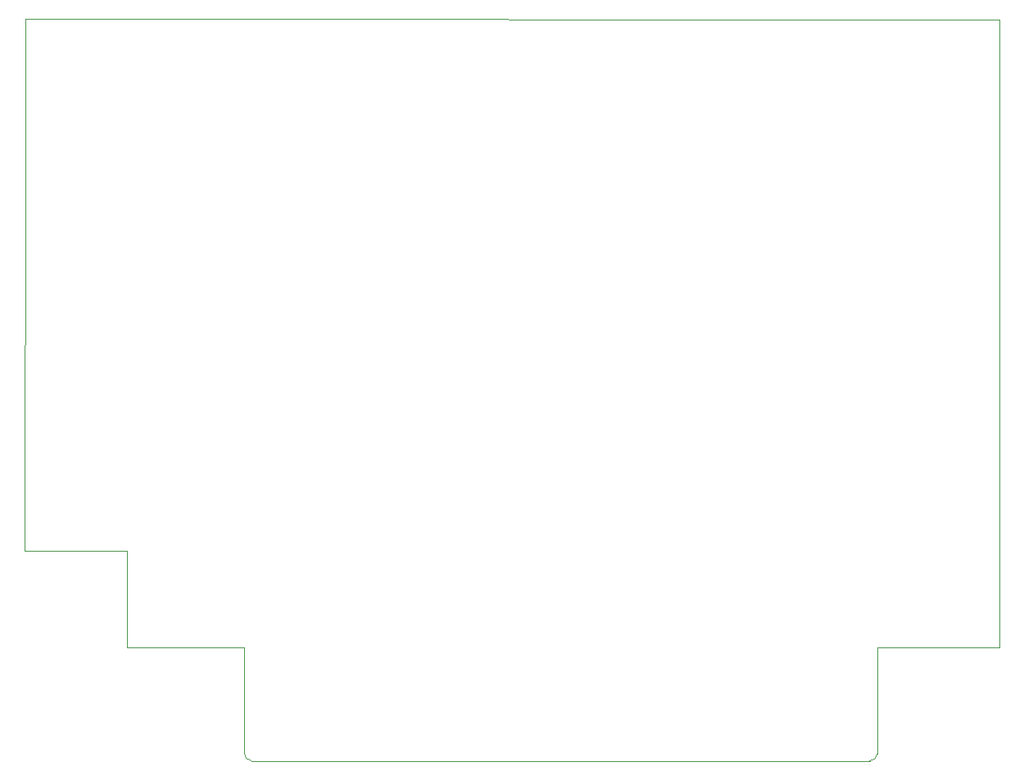
<source format=gbr>
%TF.GenerationSoftware,KiCad,Pcbnew,(7.0.0)*%
%TF.CreationDate,2023-02-27T14:18:29+09:00*%
%TF.ProjectId,ykp74,796b7037-342e-46b6-9963-61645f706362,rev?*%
%TF.SameCoordinates,Original*%
%TF.FileFunction,Profile,NP*%
%FSLAX46Y46*%
G04 Gerber Fmt 4.6, Leading zero omitted, Abs format (unit mm)*
G04 Created by KiCad (PCBNEW (7.0.0)) date 2023-02-27 14:18:29*
%MOMM*%
%LPD*%
G01*
G04 APERTURE LIST*
%TA.AperFunction,Profile*%
%ADD10C,0.100000*%
%TD*%
G04 APERTURE END LIST*
D10*
X95645836Y-79122530D02*
X95640467Y-66337496D01*
X183727149Y-131333438D02*
X196347029Y-131330001D01*
X106148909Y-121359099D02*
X106152141Y-131324419D01*
X196347029Y-131330001D02*
X196359570Y-79156109D01*
X106152141Y-131324419D02*
X118296452Y-131324419D01*
X95620433Y-121360176D02*
X106148909Y-121359099D01*
X182932565Y-143068602D02*
G75*
G03*
X183723809Y-142310821I7835J783802D01*
G01*
X118295749Y-142263911D02*
G75*
G03*
X119034257Y-143058722I789651J-6789D01*
G01*
X95640467Y-66337496D02*
X196356886Y-66358179D01*
X95645836Y-79122530D02*
X95620433Y-121360176D01*
X119034257Y-143058723D02*
X182932564Y-143068653D01*
X118296452Y-131324419D02*
X118295776Y-142263911D01*
X196359570Y-79156109D02*
X196356886Y-66358179D01*
X183727149Y-131333438D02*
X183723809Y-142310821D01*
M02*

</source>
